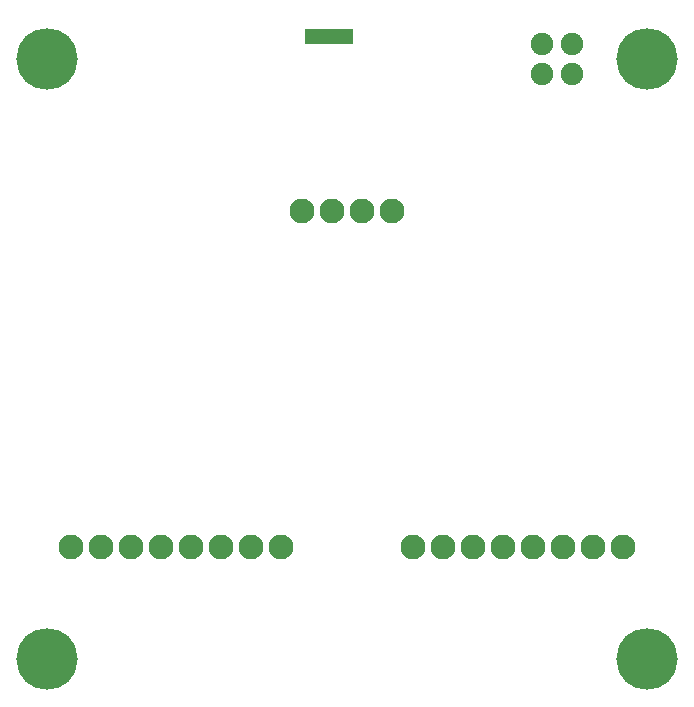
<source format=gbs>
G04 Layer: BottomSolderMaskLayer*
G04 Panelize: , Column: 2, Row: 2, Board Size: 58.42mm x 58.42mm, Panelized Board Size: 118.84mm x 118.84mm*
G04 EasyEDA v6.5.34, 2023-08-21 18:11:39*
G04 cee4ee92fcc340cbb195a6d854c32cc1,5a6b42c53f6a479593ecc07194224c93,10*
G04 Gerber Generator version 0.2*
G04 Scale: 100 percent, Rotated: No, Reflected: No *
G04 Dimensions in millimeters *
G04 leading zeros omitted , absolute positions ,4 integer and 5 decimal *
%FSLAX45Y45*%
%MOMM*%

%ADD10C,5.2032*%
%ADD11C,1.9016*%
%ADD12C,2.1016*%

%LPD*%
D10*
G01*
X381000Y5461000D03*
G01*
X5461000Y5461000D03*
G01*
X5461000Y381000D03*
G01*
X381000Y381000D03*
D11*
G01*
X4572000Y5588000D03*
G01*
X4572000Y5334000D03*
G01*
X4826000Y5334000D03*
G01*
X4826000Y5588000D03*
D12*
G01*
X2359406Y1329893D03*
G01*
X2105406Y1329893D03*
G01*
X1851405Y1329893D03*
G01*
X1597405Y1329893D03*
G01*
X1343405Y1329893D03*
G01*
X1089405Y1329893D03*
G01*
X835405Y1329893D03*
G01*
X581405Y1329893D03*
G01*
X3477006Y1329893D03*
G01*
X3731006Y1329893D03*
G01*
X3985006Y1329893D03*
G01*
X4239006Y1329893D03*
G01*
X4493006Y1329893D03*
G01*
X4747006Y1329893D03*
G01*
X5001006Y1329893D03*
G01*
X5255006Y1329893D03*
G01*
X2794000Y4178300D03*
G01*
X3048000Y4178300D03*
G01*
X3302000Y4178300D03*
G01*
X2540000Y4178300D03*
G36*
X2565400Y5715000D02*
G01*
X2971800Y5715000D01*
X2971800Y5588000D01*
X2565400Y5588000D01*
G37*
M02*

</source>
